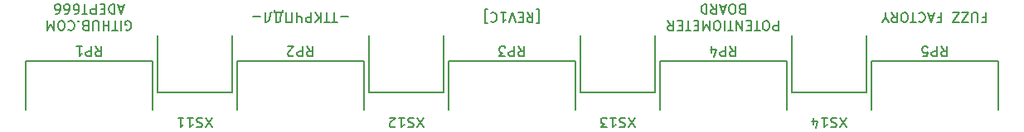
<source format=gbr>
G04 #@! TF.GenerationSoftware,KiCad,Pcbnew,5.1.6-c6e7f7d~87~ubuntu19.10.1*
G04 #@! TF.CreationDate,2022-01-09T17:17:58+06:00*
G04 #@! TF.ProjectId,fuzz_factory_r1d_r1c,66757a7a-5f66-4616-9374-6f72795f7231,MB:1D/PB:1C*
G04 #@! TF.SameCoordinates,Original*
G04 #@! TF.FileFunction,Legend,Top*
G04 #@! TF.FilePolarity,Positive*
%FSLAX46Y46*%
G04 Gerber Fmt 4.6, Leading zero omitted, Abs format (unit mm)*
G04 Created by KiCad (PCBNEW 5.1.6-c6e7f7d~87~ubuntu19.10.1) date 2022-01-09 17:17:58*
%MOMM*%
%LPD*%
G01*
G04 APERTURE LIST*
%ADD10C,0.200000*%
G04 APERTURE END LIST*
D10*
X107878095Y-35005000D02*
X107973333Y-35052619D01*
X108116190Y-35052619D01*
X108259047Y-35005000D01*
X108354285Y-34909761D01*
X108401904Y-34814523D01*
X108449523Y-34624047D01*
X108449523Y-34481190D01*
X108401904Y-34290714D01*
X108354285Y-34195476D01*
X108259047Y-34100238D01*
X108116190Y-34052619D01*
X108020952Y-34052619D01*
X107878095Y-34100238D01*
X107830476Y-34147857D01*
X107830476Y-34481190D01*
X108020952Y-34481190D01*
X107401904Y-34052619D02*
X107401904Y-35052619D01*
X107068571Y-35052619D02*
X106497142Y-35052619D01*
X106782857Y-34052619D02*
X106782857Y-35052619D01*
X106163809Y-34052619D02*
X106163809Y-35052619D01*
X106163809Y-34576428D02*
X105592380Y-34576428D01*
X105592380Y-34052619D02*
X105592380Y-35052619D01*
X105116190Y-35052619D02*
X105116190Y-34243095D01*
X105068571Y-34147857D01*
X105020952Y-34100238D01*
X104925714Y-34052619D01*
X104735238Y-34052619D01*
X104640000Y-34100238D01*
X104592380Y-34147857D01*
X104544761Y-34243095D01*
X104544761Y-35052619D01*
X103735238Y-34576428D02*
X103592380Y-34528809D01*
X103544761Y-34481190D01*
X103497142Y-34385952D01*
X103497142Y-34243095D01*
X103544761Y-34147857D01*
X103592380Y-34100238D01*
X103687619Y-34052619D01*
X104068571Y-34052619D01*
X104068571Y-35052619D01*
X103735238Y-35052619D01*
X103640000Y-35005000D01*
X103592380Y-34957380D01*
X103544761Y-34862142D01*
X103544761Y-34766904D01*
X103592380Y-34671666D01*
X103640000Y-34624047D01*
X103735238Y-34576428D01*
X104068571Y-34576428D01*
X103068571Y-34147857D02*
X103020952Y-34100238D01*
X103068571Y-34052619D01*
X103116190Y-34100238D01*
X103068571Y-34147857D01*
X103068571Y-34052619D01*
X102020952Y-34147857D02*
X102068571Y-34100238D01*
X102211428Y-34052619D01*
X102306666Y-34052619D01*
X102449523Y-34100238D01*
X102544761Y-34195476D01*
X102592380Y-34290714D01*
X102640000Y-34481190D01*
X102640000Y-34624047D01*
X102592380Y-34814523D01*
X102544761Y-34909761D01*
X102449523Y-35005000D01*
X102306666Y-35052619D01*
X102211428Y-35052619D01*
X102068571Y-35005000D01*
X102020952Y-34957380D01*
X101401904Y-35052619D02*
X101211428Y-35052619D01*
X101116190Y-35005000D01*
X101020952Y-34909761D01*
X100973333Y-34719285D01*
X100973333Y-34385952D01*
X101020952Y-34195476D01*
X101116190Y-34100238D01*
X101211428Y-34052619D01*
X101401904Y-34052619D01*
X101497142Y-34100238D01*
X101592380Y-34195476D01*
X101640000Y-34385952D01*
X101640000Y-34719285D01*
X101592380Y-34909761D01*
X101497142Y-35005000D01*
X101401904Y-35052619D01*
X100544761Y-34052619D02*
X100544761Y-35052619D01*
X100211428Y-34338333D01*
X99878095Y-35052619D01*
X99878095Y-34052619D01*
X107640000Y-32638333D02*
X107163809Y-32638333D01*
X107735238Y-32352619D02*
X107401904Y-33352619D01*
X107068571Y-32352619D01*
X106735238Y-32352619D02*
X106735238Y-33352619D01*
X106497142Y-33352619D01*
X106354285Y-33305000D01*
X106259047Y-33209761D01*
X106211428Y-33114523D01*
X106163809Y-32924047D01*
X106163809Y-32781190D01*
X106211428Y-32590714D01*
X106259047Y-32495476D01*
X106354285Y-32400238D01*
X106497142Y-32352619D01*
X106735238Y-32352619D01*
X105735238Y-32876428D02*
X105401904Y-32876428D01*
X105259047Y-32352619D02*
X105735238Y-32352619D01*
X105735238Y-33352619D01*
X105259047Y-33352619D01*
X104830476Y-32352619D02*
X104830476Y-33352619D01*
X104449523Y-33352619D01*
X104354285Y-33305000D01*
X104306666Y-33257380D01*
X104259047Y-33162142D01*
X104259047Y-33019285D01*
X104306666Y-32924047D01*
X104354285Y-32876428D01*
X104449523Y-32828809D01*
X104830476Y-32828809D01*
X103973333Y-33352619D02*
X103401904Y-33352619D01*
X103687619Y-32352619D02*
X103687619Y-33352619D01*
X102640000Y-33352619D02*
X102830476Y-33352619D01*
X102925714Y-33305000D01*
X102973333Y-33257380D01*
X103068571Y-33114523D01*
X103116190Y-32924047D01*
X103116190Y-32543095D01*
X103068571Y-32447857D01*
X103020952Y-32400238D01*
X102925714Y-32352619D01*
X102735238Y-32352619D01*
X102640000Y-32400238D01*
X102592380Y-32447857D01*
X102544761Y-32543095D01*
X102544761Y-32781190D01*
X102592380Y-32876428D01*
X102640000Y-32924047D01*
X102735238Y-32971666D01*
X102925714Y-32971666D01*
X103020952Y-32924047D01*
X103068571Y-32876428D01*
X103116190Y-32781190D01*
X101687619Y-33352619D02*
X101878095Y-33352619D01*
X101973333Y-33305000D01*
X102020952Y-33257380D01*
X102116190Y-33114523D01*
X102163809Y-32924047D01*
X102163809Y-32543095D01*
X102116190Y-32447857D01*
X102068571Y-32400238D01*
X101973333Y-32352619D01*
X101782857Y-32352619D01*
X101687619Y-32400238D01*
X101640000Y-32447857D01*
X101592380Y-32543095D01*
X101592380Y-32781190D01*
X101640000Y-32876428D01*
X101687619Y-32924047D01*
X101782857Y-32971666D01*
X101973333Y-32971666D01*
X102068571Y-32924047D01*
X102116190Y-32876428D01*
X102163809Y-32781190D01*
X100735238Y-33352619D02*
X100925714Y-33352619D01*
X101020952Y-33305000D01*
X101068571Y-33257380D01*
X101163809Y-33114523D01*
X101211428Y-32924047D01*
X101211428Y-32543095D01*
X101163809Y-32447857D01*
X101116190Y-32400238D01*
X101020952Y-32352619D01*
X100830476Y-32352619D01*
X100735238Y-32400238D01*
X100687619Y-32447857D01*
X100640000Y-32543095D01*
X100640000Y-32781190D01*
X100687619Y-32876428D01*
X100735238Y-32924047D01*
X100830476Y-32971666D01*
X101020952Y-32971666D01*
X101116190Y-32924047D01*
X101163809Y-32876428D01*
X101211428Y-32781190D01*
X195404761Y-33726428D02*
X195738095Y-33726428D01*
X195738095Y-33202619D02*
X195738095Y-34202619D01*
X195261904Y-34202619D01*
X194880952Y-34202619D02*
X194880952Y-33393095D01*
X194833333Y-33297857D01*
X194785714Y-33250238D01*
X194690476Y-33202619D01*
X194500000Y-33202619D01*
X194404761Y-33250238D01*
X194357142Y-33297857D01*
X194309523Y-33393095D01*
X194309523Y-34202619D01*
X193928571Y-34202619D02*
X193261904Y-34202619D01*
X193928571Y-33202619D01*
X193261904Y-33202619D01*
X192976190Y-34202619D02*
X192309523Y-34202619D01*
X192976190Y-33202619D01*
X192309523Y-33202619D01*
X190833333Y-33726428D02*
X191166666Y-33726428D01*
X191166666Y-33202619D02*
X191166666Y-34202619D01*
X190690476Y-34202619D01*
X190357142Y-33488333D02*
X189880952Y-33488333D01*
X190452380Y-33202619D02*
X190119047Y-34202619D01*
X189785714Y-33202619D01*
X188880952Y-33297857D02*
X188928571Y-33250238D01*
X189071428Y-33202619D01*
X189166666Y-33202619D01*
X189309523Y-33250238D01*
X189404761Y-33345476D01*
X189452380Y-33440714D01*
X189500000Y-33631190D01*
X189500000Y-33774047D01*
X189452380Y-33964523D01*
X189404761Y-34059761D01*
X189309523Y-34155000D01*
X189166666Y-34202619D01*
X189071428Y-34202619D01*
X188928571Y-34155000D01*
X188880952Y-34107380D01*
X188595238Y-34202619D02*
X188023809Y-34202619D01*
X188309523Y-33202619D02*
X188309523Y-34202619D01*
X187500000Y-34202619D02*
X187309523Y-34202619D01*
X187214285Y-34155000D01*
X187119047Y-34059761D01*
X187071428Y-33869285D01*
X187071428Y-33535952D01*
X187119047Y-33345476D01*
X187214285Y-33250238D01*
X187309523Y-33202619D01*
X187500000Y-33202619D01*
X187595238Y-33250238D01*
X187690476Y-33345476D01*
X187738095Y-33535952D01*
X187738095Y-33869285D01*
X187690476Y-34059761D01*
X187595238Y-34155000D01*
X187500000Y-34202619D01*
X186071428Y-33202619D02*
X186404761Y-33678809D01*
X186642857Y-33202619D02*
X186642857Y-34202619D01*
X186261904Y-34202619D01*
X186166666Y-34155000D01*
X186119047Y-34107380D01*
X186071428Y-34012142D01*
X186071428Y-33869285D01*
X186119047Y-33774047D01*
X186166666Y-33726428D01*
X186261904Y-33678809D01*
X186642857Y-33678809D01*
X185452380Y-33678809D02*
X185452380Y-33202619D01*
X185785714Y-34202619D02*
X185452380Y-33678809D01*
X185119047Y-34202619D01*
X130587142Y-33583571D02*
X129825238Y-33583571D01*
X129491904Y-34202619D02*
X128920476Y-34202619D01*
X129206190Y-33202619D02*
X129206190Y-34202619D01*
X128730000Y-34202619D02*
X128158571Y-34202619D01*
X128444285Y-33202619D02*
X128444285Y-34202619D01*
X127825238Y-33202619D02*
X127825238Y-34202619D01*
X127253809Y-33202619D02*
X127682380Y-33774047D01*
X127253809Y-34202619D02*
X127825238Y-33631190D01*
X126825238Y-33202619D02*
X126825238Y-34202619D01*
X126444285Y-34202619D01*
X126349047Y-34155000D01*
X126301428Y-34107380D01*
X126253809Y-34012142D01*
X126253809Y-33869285D01*
X126301428Y-33774047D01*
X126349047Y-33726428D01*
X126444285Y-33678809D01*
X126825238Y-33678809D01*
X125349047Y-34202619D02*
X125349047Y-33202619D01*
X125872857Y-34202619D02*
X125872857Y-33821666D01*
X125825238Y-33726428D01*
X125777619Y-33678809D01*
X125682380Y-33631190D01*
X125349047Y-33631190D01*
X124872857Y-33202619D02*
X124872857Y-34202619D01*
X124301428Y-34202619D01*
X124301428Y-33202619D01*
X123063333Y-32964523D02*
X123063333Y-33202619D01*
X123920476Y-33202619D01*
X123920476Y-32964523D01*
X123253809Y-33202619D02*
X123253809Y-34202619D01*
X123491904Y-34202619D01*
X123587142Y-34155000D01*
X123634761Y-34107380D01*
X123682380Y-34012142D01*
X123777619Y-33202619D01*
X122110952Y-33202619D02*
X122110952Y-34202619D01*
X122253809Y-34202619D01*
X122396666Y-34155000D01*
X122491904Y-34059761D01*
X122539523Y-33916904D01*
X122634761Y-33345476D01*
X122682380Y-33250238D01*
X122777619Y-33202619D01*
X122825238Y-33202619D01*
X121634761Y-33583571D02*
X120872857Y-33583571D01*
X174552857Y-34052619D02*
X174552857Y-35052619D01*
X174171904Y-35052619D01*
X174076666Y-35005000D01*
X174029047Y-34957380D01*
X173981428Y-34862142D01*
X173981428Y-34719285D01*
X174029047Y-34624047D01*
X174076666Y-34576428D01*
X174171904Y-34528809D01*
X174552857Y-34528809D01*
X173362380Y-35052619D02*
X173171904Y-35052619D01*
X173076666Y-35005000D01*
X172981428Y-34909761D01*
X172933809Y-34719285D01*
X172933809Y-34385952D01*
X172981428Y-34195476D01*
X173076666Y-34100238D01*
X173171904Y-34052619D01*
X173362380Y-34052619D01*
X173457619Y-34100238D01*
X173552857Y-34195476D01*
X173600476Y-34385952D01*
X173600476Y-34719285D01*
X173552857Y-34909761D01*
X173457619Y-35005000D01*
X173362380Y-35052619D01*
X172648095Y-35052619D02*
X172076666Y-35052619D01*
X172362380Y-34052619D02*
X172362380Y-35052619D01*
X171743333Y-34576428D02*
X171410000Y-34576428D01*
X171267142Y-34052619D02*
X171743333Y-34052619D01*
X171743333Y-35052619D01*
X171267142Y-35052619D01*
X170838571Y-34052619D02*
X170838571Y-35052619D01*
X170267142Y-34052619D01*
X170267142Y-35052619D01*
X169933809Y-35052619D02*
X169362380Y-35052619D01*
X169648095Y-34052619D02*
X169648095Y-35052619D01*
X169029047Y-34052619D02*
X169029047Y-35052619D01*
X168362380Y-35052619D02*
X168171904Y-35052619D01*
X168076666Y-35005000D01*
X167981428Y-34909761D01*
X167933809Y-34719285D01*
X167933809Y-34385952D01*
X167981428Y-34195476D01*
X168076666Y-34100238D01*
X168171904Y-34052619D01*
X168362380Y-34052619D01*
X168457619Y-34100238D01*
X168552857Y-34195476D01*
X168600476Y-34385952D01*
X168600476Y-34719285D01*
X168552857Y-34909761D01*
X168457619Y-35005000D01*
X168362380Y-35052619D01*
X167505238Y-34052619D02*
X167505238Y-35052619D01*
X167171904Y-34338333D01*
X166838571Y-35052619D01*
X166838571Y-34052619D01*
X166362380Y-34576428D02*
X166029047Y-34576428D01*
X165886190Y-34052619D02*
X166362380Y-34052619D01*
X166362380Y-35052619D01*
X165886190Y-35052619D01*
X165600476Y-35052619D02*
X165029047Y-35052619D01*
X165314761Y-34052619D02*
X165314761Y-35052619D01*
X164695714Y-34576428D02*
X164362380Y-34576428D01*
X164219523Y-34052619D02*
X164695714Y-34052619D01*
X164695714Y-35052619D01*
X164219523Y-35052619D01*
X163219523Y-34052619D02*
X163552857Y-34528809D01*
X163790952Y-34052619D02*
X163790952Y-35052619D01*
X163410000Y-35052619D01*
X163314761Y-35005000D01*
X163267142Y-34957380D01*
X163219523Y-34862142D01*
X163219523Y-34719285D01*
X163267142Y-34624047D01*
X163314761Y-34576428D01*
X163410000Y-34528809D01*
X163790952Y-34528809D01*
X170790952Y-32876428D02*
X170648095Y-32828809D01*
X170600476Y-32781190D01*
X170552857Y-32685952D01*
X170552857Y-32543095D01*
X170600476Y-32447857D01*
X170648095Y-32400238D01*
X170743333Y-32352619D01*
X171124285Y-32352619D01*
X171124285Y-33352619D01*
X170790952Y-33352619D01*
X170695714Y-33305000D01*
X170648095Y-33257380D01*
X170600476Y-33162142D01*
X170600476Y-33066904D01*
X170648095Y-32971666D01*
X170695714Y-32924047D01*
X170790952Y-32876428D01*
X171124285Y-32876428D01*
X169933809Y-33352619D02*
X169743333Y-33352619D01*
X169648095Y-33305000D01*
X169552857Y-33209761D01*
X169505238Y-33019285D01*
X169505238Y-32685952D01*
X169552857Y-32495476D01*
X169648095Y-32400238D01*
X169743333Y-32352619D01*
X169933809Y-32352619D01*
X170029047Y-32400238D01*
X170124285Y-32495476D01*
X170171904Y-32685952D01*
X170171904Y-33019285D01*
X170124285Y-33209761D01*
X170029047Y-33305000D01*
X169933809Y-33352619D01*
X169124285Y-32638333D02*
X168648095Y-32638333D01*
X169219523Y-32352619D02*
X168886190Y-33352619D01*
X168552857Y-32352619D01*
X167648095Y-32352619D02*
X167981428Y-32828809D01*
X168219523Y-32352619D02*
X168219523Y-33352619D01*
X167838571Y-33352619D01*
X167743333Y-33305000D01*
X167695714Y-33257380D01*
X167648095Y-33162142D01*
X167648095Y-33019285D01*
X167695714Y-32924047D01*
X167743333Y-32876428D01*
X167838571Y-32828809D01*
X168219523Y-32828809D01*
X167219523Y-32352619D02*
X167219523Y-33352619D01*
X166981428Y-33352619D01*
X166838571Y-33305000D01*
X166743333Y-33209761D01*
X166695714Y-33114523D01*
X166648095Y-32924047D01*
X166648095Y-32781190D01*
X166695714Y-32590714D01*
X166743333Y-32495476D01*
X166838571Y-32400238D01*
X166981428Y-32352619D01*
X167219523Y-32352619D01*
X149820000Y-32869285D02*
X150058095Y-32869285D01*
X150058095Y-34297857D01*
X149820000Y-34297857D01*
X148867619Y-33202619D02*
X149200952Y-33678809D01*
X149439047Y-33202619D02*
X149439047Y-34202619D01*
X149058095Y-34202619D01*
X148962857Y-34155000D01*
X148915238Y-34107380D01*
X148867619Y-34012142D01*
X148867619Y-33869285D01*
X148915238Y-33774047D01*
X148962857Y-33726428D01*
X149058095Y-33678809D01*
X149439047Y-33678809D01*
X148439047Y-33726428D02*
X148105714Y-33726428D01*
X147962857Y-33202619D02*
X148439047Y-33202619D01*
X148439047Y-34202619D01*
X147962857Y-34202619D01*
X147677142Y-34202619D02*
X147343809Y-33202619D01*
X147010476Y-34202619D01*
X146153333Y-33202619D02*
X146724761Y-33202619D01*
X146439047Y-33202619D02*
X146439047Y-34202619D01*
X146534285Y-34059761D01*
X146629523Y-33964523D01*
X146724761Y-33916904D01*
X145153333Y-33297857D02*
X145200952Y-33250238D01*
X145343809Y-33202619D01*
X145439047Y-33202619D01*
X145581904Y-33250238D01*
X145677142Y-33345476D01*
X145724761Y-33440714D01*
X145772380Y-33631190D01*
X145772380Y-33774047D01*
X145724761Y-33964523D01*
X145677142Y-34059761D01*
X145581904Y-34155000D01*
X145439047Y-34202619D01*
X145343809Y-34202619D01*
X145200952Y-34155000D01*
X145153333Y-34107380D01*
X144820000Y-32869285D02*
X144581904Y-32869285D01*
X144581904Y-34297857D01*
X144820000Y-34297857D01*
X183515000Y-41420000D02*
X175895000Y-41420000D01*
X183515000Y-41420000D02*
X183515000Y-35560000D01*
X175895000Y-41420000D02*
X175895000Y-35560000D01*
X161925000Y-41420000D02*
X154305000Y-41420000D01*
X161925000Y-41420000D02*
X161925000Y-35560000D01*
X154305000Y-41420000D02*
X154305000Y-35560000D01*
X140335000Y-41420000D02*
X132715000Y-41420000D01*
X140335000Y-41420000D02*
X140335000Y-35560000D01*
X132715000Y-41420000D02*
X132715000Y-35560000D01*
X118745000Y-41420000D02*
X111125000Y-41420000D01*
X118745000Y-41420000D02*
X118745000Y-35560000D01*
X111125000Y-41420000D02*
X111125000Y-35560000D01*
X184000000Y-38180000D02*
X197000000Y-38180000D01*
X184000000Y-38180000D02*
X184000000Y-43180000D01*
X197000000Y-38180000D02*
X197000000Y-43180000D01*
X162410000Y-38180000D02*
X175410000Y-38180000D01*
X162410000Y-38180000D02*
X162410000Y-43180000D01*
X175410000Y-38180000D02*
X175410000Y-43180000D01*
X140820000Y-38180000D02*
X153820000Y-38180000D01*
X140820000Y-38180000D02*
X140820000Y-43180000D01*
X153820000Y-38180000D02*
X153820000Y-43180000D01*
X119230000Y-38180000D02*
X132230000Y-38180000D01*
X119230000Y-38180000D02*
X119230000Y-43180000D01*
X132230000Y-38180000D02*
X132230000Y-43180000D01*
X110640000Y-38180000D02*
X110640000Y-43180000D01*
X97640000Y-38180000D02*
X97640000Y-43180000D01*
X97640000Y-38180000D02*
X110640000Y-38180000D01*
X181466904Y-44997619D02*
X180800238Y-43997619D01*
X180800238Y-44997619D02*
X181466904Y-43997619D01*
X180466904Y-44045238D02*
X180324047Y-43997619D01*
X180085952Y-43997619D01*
X179990714Y-44045238D01*
X179943095Y-44092857D01*
X179895476Y-44188095D01*
X179895476Y-44283333D01*
X179943095Y-44378571D01*
X179990714Y-44426190D01*
X180085952Y-44473809D01*
X180276428Y-44521428D01*
X180371666Y-44569047D01*
X180419285Y-44616666D01*
X180466904Y-44711904D01*
X180466904Y-44807142D01*
X180419285Y-44902380D01*
X180371666Y-44950000D01*
X180276428Y-44997619D01*
X180038333Y-44997619D01*
X179895476Y-44950000D01*
X178943095Y-43997619D02*
X179514523Y-43997619D01*
X179228809Y-43997619D02*
X179228809Y-44997619D01*
X179324047Y-44854761D01*
X179419285Y-44759523D01*
X179514523Y-44711904D01*
X178085952Y-44664285D02*
X178085952Y-43997619D01*
X178324047Y-45045238D02*
X178562142Y-44330952D01*
X177943095Y-44330952D01*
X159876904Y-44997619D02*
X159210238Y-43997619D01*
X159210238Y-44997619D02*
X159876904Y-43997619D01*
X158876904Y-44045238D02*
X158734047Y-43997619D01*
X158495952Y-43997619D01*
X158400714Y-44045238D01*
X158353095Y-44092857D01*
X158305476Y-44188095D01*
X158305476Y-44283333D01*
X158353095Y-44378571D01*
X158400714Y-44426190D01*
X158495952Y-44473809D01*
X158686428Y-44521428D01*
X158781666Y-44569047D01*
X158829285Y-44616666D01*
X158876904Y-44711904D01*
X158876904Y-44807142D01*
X158829285Y-44902380D01*
X158781666Y-44950000D01*
X158686428Y-44997619D01*
X158448333Y-44997619D01*
X158305476Y-44950000D01*
X157353095Y-43997619D02*
X157924523Y-43997619D01*
X157638809Y-43997619D02*
X157638809Y-44997619D01*
X157734047Y-44854761D01*
X157829285Y-44759523D01*
X157924523Y-44711904D01*
X157019761Y-44997619D02*
X156400714Y-44997619D01*
X156734047Y-44616666D01*
X156591190Y-44616666D01*
X156495952Y-44569047D01*
X156448333Y-44521428D01*
X156400714Y-44426190D01*
X156400714Y-44188095D01*
X156448333Y-44092857D01*
X156495952Y-44045238D01*
X156591190Y-43997619D01*
X156876904Y-43997619D01*
X156972142Y-44045238D01*
X157019761Y-44092857D01*
X138286904Y-44997619D02*
X137620238Y-43997619D01*
X137620238Y-44997619D02*
X138286904Y-43997619D01*
X137286904Y-44045238D02*
X137144047Y-43997619D01*
X136905952Y-43997619D01*
X136810714Y-44045238D01*
X136763095Y-44092857D01*
X136715476Y-44188095D01*
X136715476Y-44283333D01*
X136763095Y-44378571D01*
X136810714Y-44426190D01*
X136905952Y-44473809D01*
X137096428Y-44521428D01*
X137191666Y-44569047D01*
X137239285Y-44616666D01*
X137286904Y-44711904D01*
X137286904Y-44807142D01*
X137239285Y-44902380D01*
X137191666Y-44950000D01*
X137096428Y-44997619D01*
X136858333Y-44997619D01*
X136715476Y-44950000D01*
X135763095Y-43997619D02*
X136334523Y-43997619D01*
X136048809Y-43997619D02*
X136048809Y-44997619D01*
X136144047Y-44854761D01*
X136239285Y-44759523D01*
X136334523Y-44711904D01*
X135382142Y-44902380D02*
X135334523Y-44950000D01*
X135239285Y-44997619D01*
X135001190Y-44997619D01*
X134905952Y-44950000D01*
X134858333Y-44902380D01*
X134810714Y-44807142D01*
X134810714Y-44711904D01*
X134858333Y-44569047D01*
X135429761Y-43997619D01*
X134810714Y-43997619D01*
X116696904Y-44997619D02*
X116030238Y-43997619D01*
X116030238Y-44997619D02*
X116696904Y-43997619D01*
X115696904Y-44045238D02*
X115554047Y-43997619D01*
X115315952Y-43997619D01*
X115220714Y-44045238D01*
X115173095Y-44092857D01*
X115125476Y-44188095D01*
X115125476Y-44283333D01*
X115173095Y-44378571D01*
X115220714Y-44426190D01*
X115315952Y-44473809D01*
X115506428Y-44521428D01*
X115601666Y-44569047D01*
X115649285Y-44616666D01*
X115696904Y-44711904D01*
X115696904Y-44807142D01*
X115649285Y-44902380D01*
X115601666Y-44950000D01*
X115506428Y-44997619D01*
X115268333Y-44997619D01*
X115125476Y-44950000D01*
X114173095Y-43997619D02*
X114744523Y-43997619D01*
X114458809Y-43997619D02*
X114458809Y-44997619D01*
X114554047Y-44854761D01*
X114649285Y-44759523D01*
X114744523Y-44711904D01*
X113220714Y-43997619D02*
X113792142Y-43997619D01*
X113506428Y-43997619D02*
X113506428Y-44997619D01*
X113601666Y-44854761D01*
X113696904Y-44759523D01*
X113792142Y-44711904D01*
X191166666Y-36695119D02*
X191500000Y-37171309D01*
X191738095Y-36695119D02*
X191738095Y-37695119D01*
X191357142Y-37695119D01*
X191261904Y-37647500D01*
X191214285Y-37599880D01*
X191166666Y-37504642D01*
X191166666Y-37361785D01*
X191214285Y-37266547D01*
X191261904Y-37218928D01*
X191357142Y-37171309D01*
X191738095Y-37171309D01*
X190738095Y-36695119D02*
X190738095Y-37695119D01*
X190357142Y-37695119D01*
X190261904Y-37647500D01*
X190214285Y-37599880D01*
X190166666Y-37504642D01*
X190166666Y-37361785D01*
X190214285Y-37266547D01*
X190261904Y-37218928D01*
X190357142Y-37171309D01*
X190738095Y-37171309D01*
X189261904Y-37695119D02*
X189738095Y-37695119D01*
X189785714Y-37218928D01*
X189738095Y-37266547D01*
X189642857Y-37314166D01*
X189404761Y-37314166D01*
X189309523Y-37266547D01*
X189261904Y-37218928D01*
X189214285Y-37123690D01*
X189214285Y-36885595D01*
X189261904Y-36790357D01*
X189309523Y-36742738D01*
X189404761Y-36695119D01*
X189642857Y-36695119D01*
X189738095Y-36742738D01*
X189785714Y-36790357D01*
X169576666Y-36695119D02*
X169910000Y-37171309D01*
X170148095Y-36695119D02*
X170148095Y-37695119D01*
X169767142Y-37695119D01*
X169671904Y-37647500D01*
X169624285Y-37599880D01*
X169576666Y-37504642D01*
X169576666Y-37361785D01*
X169624285Y-37266547D01*
X169671904Y-37218928D01*
X169767142Y-37171309D01*
X170148095Y-37171309D01*
X169148095Y-36695119D02*
X169148095Y-37695119D01*
X168767142Y-37695119D01*
X168671904Y-37647500D01*
X168624285Y-37599880D01*
X168576666Y-37504642D01*
X168576666Y-37361785D01*
X168624285Y-37266547D01*
X168671904Y-37218928D01*
X168767142Y-37171309D01*
X169148095Y-37171309D01*
X167719523Y-37361785D02*
X167719523Y-36695119D01*
X167957619Y-37742738D02*
X168195714Y-37028452D01*
X167576666Y-37028452D01*
X147986666Y-36695119D02*
X148320000Y-37171309D01*
X148558095Y-36695119D02*
X148558095Y-37695119D01*
X148177142Y-37695119D01*
X148081904Y-37647500D01*
X148034285Y-37599880D01*
X147986666Y-37504642D01*
X147986666Y-37361785D01*
X148034285Y-37266547D01*
X148081904Y-37218928D01*
X148177142Y-37171309D01*
X148558095Y-37171309D01*
X147558095Y-36695119D02*
X147558095Y-37695119D01*
X147177142Y-37695119D01*
X147081904Y-37647500D01*
X147034285Y-37599880D01*
X146986666Y-37504642D01*
X146986666Y-37361785D01*
X147034285Y-37266547D01*
X147081904Y-37218928D01*
X147177142Y-37171309D01*
X147558095Y-37171309D01*
X146653333Y-37695119D02*
X146034285Y-37695119D01*
X146367619Y-37314166D01*
X146224761Y-37314166D01*
X146129523Y-37266547D01*
X146081904Y-37218928D01*
X146034285Y-37123690D01*
X146034285Y-36885595D01*
X146081904Y-36790357D01*
X146129523Y-36742738D01*
X146224761Y-36695119D01*
X146510476Y-36695119D01*
X146605714Y-36742738D01*
X146653333Y-36790357D01*
X126396666Y-36695119D02*
X126730000Y-37171309D01*
X126968095Y-36695119D02*
X126968095Y-37695119D01*
X126587142Y-37695119D01*
X126491904Y-37647500D01*
X126444285Y-37599880D01*
X126396666Y-37504642D01*
X126396666Y-37361785D01*
X126444285Y-37266547D01*
X126491904Y-37218928D01*
X126587142Y-37171309D01*
X126968095Y-37171309D01*
X125968095Y-36695119D02*
X125968095Y-37695119D01*
X125587142Y-37695119D01*
X125491904Y-37647500D01*
X125444285Y-37599880D01*
X125396666Y-37504642D01*
X125396666Y-37361785D01*
X125444285Y-37266547D01*
X125491904Y-37218928D01*
X125587142Y-37171309D01*
X125968095Y-37171309D01*
X125015714Y-37599880D02*
X124968095Y-37647500D01*
X124872857Y-37695119D01*
X124634761Y-37695119D01*
X124539523Y-37647500D01*
X124491904Y-37599880D01*
X124444285Y-37504642D01*
X124444285Y-37409404D01*
X124491904Y-37266547D01*
X125063333Y-36695119D01*
X124444285Y-36695119D01*
X104806666Y-36695119D02*
X105140000Y-37171309D01*
X105378095Y-36695119D02*
X105378095Y-37695119D01*
X104997142Y-37695119D01*
X104901904Y-37647500D01*
X104854285Y-37599880D01*
X104806666Y-37504642D01*
X104806666Y-37361785D01*
X104854285Y-37266547D01*
X104901904Y-37218928D01*
X104997142Y-37171309D01*
X105378095Y-37171309D01*
X104378095Y-36695119D02*
X104378095Y-37695119D01*
X103997142Y-37695119D01*
X103901904Y-37647500D01*
X103854285Y-37599880D01*
X103806666Y-37504642D01*
X103806666Y-37361785D01*
X103854285Y-37266547D01*
X103901904Y-37218928D01*
X103997142Y-37171309D01*
X104378095Y-37171309D01*
X102854285Y-36695119D02*
X103425714Y-36695119D01*
X103140000Y-36695119D02*
X103140000Y-37695119D01*
X103235238Y-37552261D01*
X103330476Y-37457023D01*
X103425714Y-37409404D01*
%LPC*%
M02*

</source>
